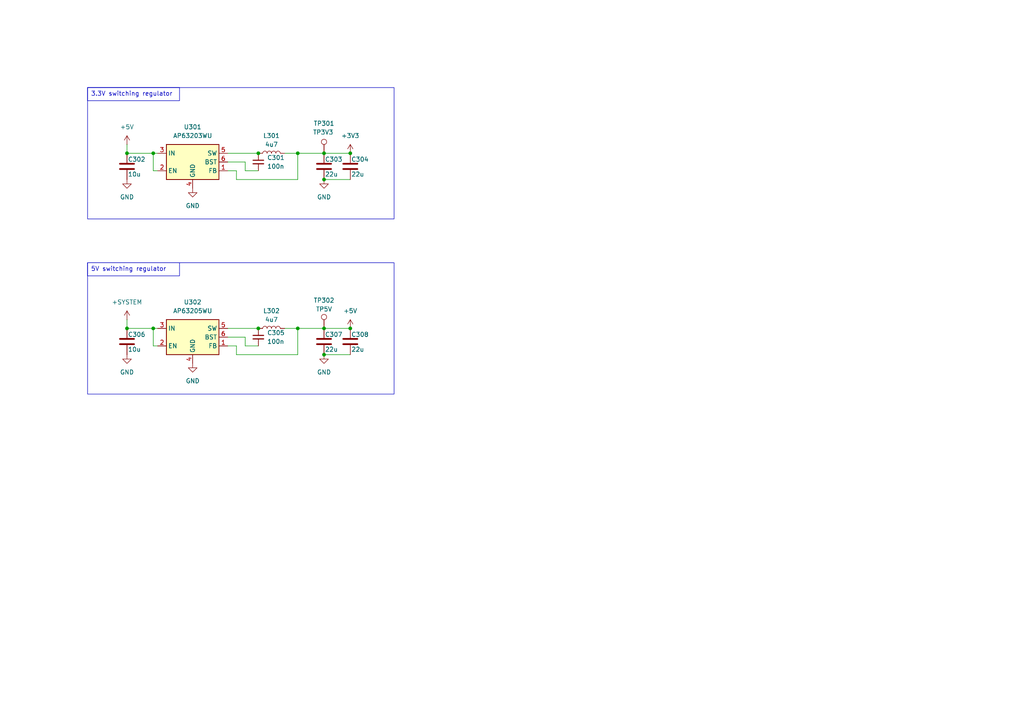
<source format=kicad_sch>
(kicad_sch (version 20231120) (generator "eeschema") (generator_version "8.0")
  (paper "A4")
  (title_block (title "Power Management - logic voltage regulators") (date "2024-03-26") (rev "B01") (company "Chalmers EENX16-VT24-27"))
  (lib_symbols
    (symbol "+BATT_1" (power) (pin_numbers hide) (pin_names (offset 0) hide)
      (property "Value" "+BATT" (at 0 3.556 0))
      (symbol "+BATT_1_0_1"
        (polyline (pts (xy -0.762 1.27) (xy 0 2.54)))
        (polyline (pts (xy 0 0) (xy 0 2.54)))
        (polyline (pts (xy 0 2.54) (xy 0.762 1.27)))
      )
      (symbol "+BATT_1_1_1"
        (pin power_in line (at 0 0 90) (length 0) (name "~") (number "1"))
      )
    )
    (symbol "Connector:TestPoint" (pin_numbers hide) (pin_names (offset 0.762) hide)
      (property "Reference" "TP" (at 0 6.858 0))
      (property "Value" "TestPoint" (at 0 5.08 0))
      (symbol "TestPoint_0_1"
        (circle (center 0 3.302) (radius 0.762))
      )
      (symbol "TestPoint_1_1"
        (pin passive line (at 0 0 90) (length 2.54) (name "1") (number "1"))
      )
    )
    (symbol "Device:C" (pin_numbers hide) (pin_names (offset 0.254))
      (property "Reference" "C" (at 0.635 2.54 0))
      (property "Value" "C" (at 0.635 -2.54 0))
      (symbol "C_0_1"
        (polyline (pts (xy -2.032 -0.762) (xy 2.032 -0.762)) (stroke (width 0.508)))
        (polyline (pts (xy -2.032 0.762) (xy 2.032 0.762)) (stroke (width 0.508)))
      )
      (symbol "C_1_1"
        (pin passive line (at 0 3.81 270) (length 2.794) (name "~") (number "1"))
        (pin passive line (at 0 -3.81 90) (length 2.794) (name "~") (number "2"))
      )
    )
    (symbol "Device:C_Small" (pin_numbers hide) (pin_names (offset 0.254) hide)
      (property "Reference" "C" (at 0.254 1.778 0))
      (property "Value" "C_Small" (at 0.254 -2.032 0))
      (symbol "C_Small_0_1"
        (polyline (pts (xy -1.524 -0.508) (xy 1.524 -0.508)) (stroke (width 0.3302)))
        (polyline (pts (xy -1.524 0.508) (xy 1.524 0.508)) (stroke (width 0.3048)))
      )
      (symbol "C_Small_1_1"
        (pin passive line (at 0 2.54 270) (length 2.032) (name "~") (number "1"))
        (pin passive line (at 0 -2.54 90) (length 2.032) (name "~") (number "2"))
      )
    )
    (symbol "Device:L" (pin_numbers hide) (pin_names (offset 1.016) hide)
      (property "Reference" "L" (at -1.27 0 90))
      (property "Value" "L" (at 1.905 0 90))
      (symbol "L_0_1"
        (arc (start 0 -2.54) (mid 0.6323 -1.905) (end 0 -1.27))
        (arc (start 0 -1.27) (mid 0.6323 -0.635) (end 0 0))
        (arc (start 0 0) (mid 0.6323 0.635) (end 0 1.27))
        (arc (start 0 1.27) (mid 0.6323 1.905) (end 0 2.54))
      )
      (symbol "L_1_1"
        (pin passive line (at 0 3.81 270) (length 1.27) (name "1") (number "1"))
        (pin passive line (at 0 -3.81 90) (length 1.27) (name "2") (number "2"))
      )
    )
    (symbol "Regulator_Switching:AP63203WU"
      (property "Reference" "U" (at -7.62 6.35 0))
      (property "Value" "AP63203WU" (at 2.54 6.35 0))
      (symbol "AP63203WU_0_1"
        (rectangle (start -7.62 5.08) (end 7.62 -5.08) (stroke (width 0.254)) (fill (type background)))
      )
      (symbol "AP63203WU_1_1"
        (pin input line (at 10.16 -2.54 180) (length 2.54) (name "FB") (number "1"))
        (pin input line (at -10.16 -2.54 0) (length 2.54) (name "EN") (number "2"))
        (pin power_in line (at -10.16 2.54 0) (length 2.54) (name "IN") (number "3"))
        (pin power_in line (at 0 -7.62 90) (length 2.54) (name "GND") (number "4"))
        (pin output line (at 10.16 2.54 180) (length 2.54) (name "SW") (number "5"))
        (pin passive line (at 10.16 0 180) (length 2.54) (name "BST") (number "6"))
      )
    )
    (symbol "Regulator_Switching:AP63205WU"
      (property "Reference" "U" (at -7.62 6.35 0))
      (property "Value" "AP63205WU" (at 2.54 6.35 0))
      (symbol "AP63205WU_0_1"
        (rectangle (start -7.62 5.08) (end 7.62 -5.08) (stroke (width 0.254)) (fill (type background)))
      )
      (symbol "AP63205WU_1_1"
        (pin input line (at 10.16 -2.54 180) (length 2.54) (name "FB") (number "1"))
        (pin input line (at -10.16 -2.54 0) (length 2.54) (name "EN") (number "2"))
        (pin power_in line (at -10.16 2.54 0) (length 2.54) (name "IN") (number "3"))
        (pin power_in line (at 0 -7.62 90) (length 2.54) (name "GND") (number "4"))
        (pin output line (at 10.16 2.54 180) (length 2.54) (name "SW") (number "5"))
        (pin passive line (at 10.16 0 180) (length 2.54) (name "BST") (number "6"))
      )
    )
    (symbol "power:+3V3" (power) (pin_numbers hide) (pin_names (offset 0) hide)
      (property "Value" "+3V3" (at 0 3.556 0))
      (symbol "+3V3_0_1"
        (polyline (pts (xy -0.762 1.27) (xy 0 2.54)))
        (polyline (pts (xy 0 0) (xy 0 2.54)))
        (polyline (pts (xy 0 2.54) (xy 0.762 1.27)))
      )
      (symbol "+3V3_1_1"
        (pin power_in line (at 0 0 90) (length 0) (name "~") (number "1"))
      )
    )
    (symbol "power:+5V" (power) (pin_numbers hide) (pin_names (offset 0) hide)
      (property "Value" "+5V" (at 0 3.556 0))
      (symbol "+5V_0_1"
        (polyline (pts (xy -0.762 1.27) (xy 0 2.54)))
        (polyline (pts (xy 0 0) (xy 0 2.54)))
        (polyline (pts (xy 0 2.54) (xy 0.762 1.27)))
      )
      (symbol "+5V_1_1"
        (pin power_in line (at 0 0 90) (length 0) (name "~") (number "1"))
      )
    )
    (symbol "power:GND" (power) (pin_names (offset 0))
      (property "Value" "GND" (at 0 -3.81 0))
      (symbol "GND_0_1"
        (polyline (pts (xy 0 0) (xy 0 -1.27) (xy 1.27 -1.27) (xy 0 -2.54) (xy -1.27 -1.27) (xy 0 -1.27)))
      )
      (symbol "GND_1_1"
        (pin power_in line (at 0 0 270) (length 0) hide (name "GND") (number "1"))
      )
    )
  )
  (junction (at 93.98 95.25))
  (junction (at 93.98 102.87))
  (junction (at 44.45 95.25))
  (junction (at 101.6 95.25))
  (junction (at 74.93 44.45))
  (junction (at 93.98 52.07))
  (junction (at 86.36 44.45))
  (junction (at 93.98 44.45))
  (junction (at 101.6 44.45))
  (junction (at 36.83 95.25))
  (junction (at 36.83 44.45))
  (junction (at 74.93 95.25))
  (junction (at 86.36 95.25))
  (junction (at 44.45 44.45))
  (wire (pts (xy 74.93 100.33) (xy 71.12 100.33)))
  (wire (pts (xy 93.98 95.25) (xy 101.6 95.25)))
  (wire (pts (xy 45.72 100.33) (xy 44.45 100.33)))
  (wire (pts (xy 66.04 49.53) (xy 68.58 49.53)))
  (wire (pts (xy 93.98 52.07) (xy 101.6 52.07)))
  (wire (pts (xy 68.58 49.53) (xy 68.58 52.07)))
  (wire (pts (xy 68.58 52.07) (xy 86.36 52.07)))
  (wire (pts (xy 36.83 95.25) (xy 44.45 95.25)))
  (wire (pts (xy 86.36 44.45) (xy 93.98 44.45)))
  (wire (pts (xy 44.45 49.53) (xy 44.45 44.45)))
  (wire (pts (xy 93.98 102.87) (xy 101.6 102.87)))
  (wire (pts (xy 66.04 95.25) (xy 74.93 95.25)))
  (wire (pts (xy 68.58 102.87) (xy 86.36 102.87)))
  (wire (pts (xy 68.58 100.33) (xy 68.58 102.87)))
  (wire (pts (xy 71.12 46.99) (xy 66.04 46.99)))
  (wire (pts (xy 71.12 49.53) (xy 71.12 46.99)))
  (wire (pts (xy 44.45 95.25) (xy 44.45 100.33)))
  (wire (pts (xy 82.55 44.45) (xy 86.36 44.45)))
  (wire (pts (xy 71.12 100.33) (xy 71.12 97.79)))
  (wire (pts (xy 71.12 97.79) (xy 66.04 97.79)))
  (wire (pts (xy 45.72 49.53) (xy 44.45 49.53)))
  (wire (pts (xy 93.98 44.45) (xy 101.6 44.45)))
  (wire (pts (xy 66.04 44.45) (xy 74.93 44.45)))
  (wire (pts (xy 36.83 44.45) (xy 44.45 44.45)))
  (wire (pts (xy 74.93 49.53) (xy 71.12 49.53)))
  (wire (pts (xy 86.36 102.87) (xy 86.36 95.25)))
  (wire (pts (xy 66.04 100.33) (xy 68.58 100.33)))
  (wire (pts (xy 86.36 95.25) (xy 93.98 95.25)))
  (wire (pts (xy 86.36 95.25) (xy 82.55 95.25)))
  (wire (pts (xy 44.45 44.45) (xy 45.72 44.45)))
  (wire (pts (xy 36.83 92.71) (xy 36.83 95.25)))
  (wire (pts (xy 86.36 52.07) (xy 86.36 44.45)))
  (wire (pts (xy 44.45 95.25) (xy 45.72 95.25)))
  (wire (pts (xy 36.83 41.91) (xy 36.83 44.45)))
  (rectangle (start 25.4 76.2) (end 114.3 114.3))
  (rectangle (start 25.4 25.4) (end 114.3 63.5))
  (text_box "5V switching regulator" (at 25.4 76.2 0) (size 26.67 3.81) (effects (font (size 1.27 1.27)) (justify left top)))
  (text_box "3.3V switching regulator" (at 25.4 25.4 0) (size 26.67 3.81) (effects (font (size 1.27 1.27)) (justify left top)))
  (symbol (lib_id "power:+3V3") (at 101.6 44.45 0) (unit 1)
    (property "Reference" "#PWR0302" (effects (hide yes)))
    (property "Value" "+3V3" (at 101.6 39.37 0))
    (property "Description" "Power symbol creates a global label with name \"+3V3\"" (effects (hide yes)))
    (property "Footprint checked" "X" (effects (hide yes)))
  )
  (symbol (lib_id "Device:C_Small") (at 74.93 97.79 0) (unit 1)
    (property "Reference" "C305" (at 77.47 96.5262 0) (effects (justify left)))
    (property "Value" "100n" (at 77.47 99.0662 0) (effects (justify left)))
    (property "Footprint" "Capacitor_SMD:C_0402_1005Metric" (effects (hide yes)))
    (property "Datasheet" "https://www.mouser.se/datasheet/2/281/1/GCM155R71H104KE02_01A-3142168.pdf" (effects (hide yes)))
    (property "Description" "Unpolarized capacitor, small symbol" (effects (hide yes)))
    (property "REASON" " GCM155R71H104KE02D is out of stock at RS" (effects (hide yes)))
    (property "mouser" "81-GCM155R71H104KE2D" (effects (hide yes)))
    (property "Footprint checked" "YES" (effects (hide yes)))
  )
  (symbol (lib_name "+BATT_1") (lib_id "power:+BATT") (at 36.83 92.71 0) (unit 1)
    (property "Reference" "#PWR0306" (effects (hide yes)))
    (property "Value" "+SYSTEM" (at 36.83 87.63 0))
    (property "Description" "Power symbol creates a global label with name \"+BATT\"" (effects (hide yes)))
    (property "Footprint checked" "X" (effects (hide yes)))
  )
  (symbol (lib_id "Device:C") (at 101.6 99.06 0) (unit 1)
    (property "Reference" "C308" (at 101.854 97.028 0) (effects (justify left)))
    (property "Value" "22u" (at 101.854 101.346 0) (effects (justify left)))
    (property "Footprint" "Capacitor_SMD:C_0805_2012Metric" (effects (hide yes)))
    (property "Datasheet" "https://www.mouser.se/datasheet/2/585/MLCC-1837944.pdf" (effects (hide yes)))
    (property "Description" "Unpolarized capacitor" (effects (hide yes)))
    (property "mouser" "187-CL21A226MOCLRNC" (effects (hide yes)))
    (property "Footprint checked" "YES" (effects (hide yes)))
  )
  (symbol (lib_id "Device:C") (at 36.83 99.06 0) (unit 1)
    (property "Reference" "C306" (at 37.084 97.028 0) (effects (justify left)))
    (property "Value" "10u" (at 37.084 101.346 0) (effects (justify left)))
    (property "Footprint" "Capacitor_SMD:C_0805_2012Metric" (effects (hide yes)))
    (property "Description" "Unpolarized capacitor" (effects (hide yes)))
    (property "mouser" "81-GRM21BR61H106KE3L" (effects (hide yes)))
    (property "Footprint checked" "YES" (effects (hide yes)))
  )
  (symbol (lib_id "Connector:TestPoint") (at 93.98 44.45 0) (unit 1)
    (property "Reference" "TP301" (at 93.98 35.814 0))
    (property "Value" "TP3V3" (at 93.726 38.354 0))
    (property "Footprint" "TestPoint:TestPoint_Pad_D2.0mm" (effects (hide yes)))
    (property "Datasheet" "X" (effects (hide yes)))
    (property "Description" "test point" (effects (hide yes)))
    (property "Footprint checked" "YES" (effects (hide yes)))
  )
  (symbol (lib_id "power:GND") (at 55.88 105.41 0) (unit 1)
    (property "Reference" "#PWR0310" (effects (hide yes)))
    (property "Value" "GND" (at 55.88 110.49 0))
    (property "Footprint checked" "X" (effects (hide yes)))
  )
  (symbol (lib_id "power:GND") (at 36.83 52.07 0) (unit 1)
    (property "Reference" "#PWR0303" (effects (hide yes)))
    (property "Value" "GND" (at 36.83 57.15 0))
    (property "Footprint checked" "X" (effects (hide yes)))
  )
  (symbol (lib_id "power:+5V") (at 101.6 95.25 0) (unit 1)
    (property "Reference" "#PWR0307" (effects (hide yes)))
    (property "Value" "+5V" (at 101.6 90.17 0))
    (property "Description" "Power symbol creates a global label with name \"+5V\"" (effects (hide yes)))
    (property "Footprint checked" "X" (effects (hide yes)))
  )
  (symbol (lib_id "Device:L") (at 78.74 44.45 90) (unit 1)
    (property "Reference" "L301" (at 78.74 39.37 90))
    (property "Value" "4u7" (at 78.74 41.91 90))
    (property "Footprint" "Inductor_SMD:L_1210_3225Metric" (effects (hide yes)))
    (property "Datasheet" "https://www.mouser.se/datasheet/2/54/srr1260-1391580.pdf" (effects (hide yes)))
    (property "Description" "Inductor" (effects (hide yes)))
    (property "Footprint checked" "YES" (effects (hide yes)))
    (property "mouser" "652-SRP3212A-4R7M" (effects (hide yes)))
  )
  (symbol (lib_id "power:GND") (at 55.88 54.61 0) (unit 1)
    (property "Reference" "#PWR0305" (effects (hide yes)))
    (property "Value" "GND" (at 55.88 59.69 0))
    (property "Footprint checked" "X" (effects (hide yes)))
  )
  (symbol (lib_id "Regulator_Switching:AP63205WU") (at 55.88 97.79 0) (unit 1)
    (property "Reference" "U302" (at 55.88 87.63 0))
    (property "Value" "AP63205WU" (at 55.88 90.17 0))
    (property "Footprint" "Package_TO_SOT_SMD:TSOT-23-6" (effects (hide yes)))
    (property "Datasheet" "https://www.diodes.com/assets/Datasheets/AP63200-AP63201-AP63203-AP63205.pdf" (effects (hide yes)))
    (property "Description" "2A, 1.1MHz Buck DC/DC Converter, fixed 5.0V output voltage, TSOT-23-6" (effects (hide yes)))
    (property "REASON" "AP63205WU-7 is not sold at RS or elfa" (effects (hide yes)))
    (property "mouser" " 621-AP63205WU-7 " (effects (hide yes)))
    (property "Footprint checked" "YES" (effects (hide yes)))
  )
  (symbol (lib_id "Device:L") (at 78.74 95.25 90) (unit 1)
    (property "Reference" "L302" (at 78.74 90.17 90))
    (property "Value" "4u7" (at 78.74 92.71 90))
    (property "Footprint" "Inductor_SMD:L_1210_3225Metric" (effects (hide yes)))
    (property "Datasheet" "https://www.mouser.se/datasheet/2/54/srr1260-1391580.pdf" (effects (hide yes)))
    (property "Description" "Inductor" (effects (hide yes)))
    (property "Footprint checked" "YES" (effects (hide yes)))
    (property "mouser" "652-SRP3212A-4R7M" (effects (hide yes)))
  )
  (symbol (lib_id "power:GND") (at 93.98 52.07 0) (unit 1)
    (property "Reference" "#PWR0304" (effects (hide yes)))
    (property "Value" "GND" (at 93.98 57.15 0))
    (property "Footprint checked" "X" (effects (hide yes)))
  )
  (symbol (lib_id "power:GND") (at 36.83 102.87 0) (unit 1)
    (property "Reference" "#PWR0308" (effects (hide yes)))
    (property "Value" "GND" (at 36.83 107.95 0))
    (property "Footprint checked" "X" (effects (hide yes)))
  )
  (symbol (lib_id "power:GND") (at 93.98 102.87 0) (unit 1)
    (property "Reference" "#PWR0309" (effects (hide yes)))
    (property "Value" "GND" (at 93.98 107.95 0))
    (property "Footprint checked" "X" (effects (hide yes)))
  )
  (symbol (lib_id "Device:C") (at 36.83 48.26 0) (unit 1)
    (property "Reference" "C302" (at 37.084 46.228 0) (effects (justify left)))
    (property "Value" "10u" (at 37.084 50.546 0) (effects (justify left)))
    (property "Footprint" "Capacitor_SMD:C_0805_2012Metric" (effects (hide yes)))
    (property "Description" "Unpolarized capacitor" (effects (hide yes)))
    (property "mouser" "81-GRM21BR61H106KE3L" (effects (hide yes)))
    (property "Footprint checked" "YES" (effects (hide yes)))
  )
  (symbol (lib_id "Regulator_Switching:AP63203WU") (at 55.88 46.99 0) (unit 1)
    (property "Reference" "U301" (at 55.88 36.83 0))
    (property "Value" "AP63203WU" (at 55.88 39.37 0))
    (property "Footprint" "Package_TO_SOT_SMD:TSOT-23-6" (effects (hide yes)))
    (property "Datasheet" "https://www.diodes.com/assets/Datasheets/AP63200-AP63201-AP63203-AP63205.pdf" (effects (hide yes)))
    (property "Description" "2A, 1.1MHz Buck DC/DC Converter, fixed 3.3V output voltage, TSOT-23-6" (effects (hide yes)))
    (property "REASON" "AP63203WU-7 is not sold at RS or elfa" (effects (hide yes)))
    (property "mouser" " 621-AP63203WU-7 " (effects (hide yes)))
    (property "Footprint checked" "YES" (effects (hide yes)))
  )
  (symbol (lib_id "Device:C") (at 93.98 48.26 0) (unit 1)
    (property "Reference" "C303" (at 94.234 46.228 0) (effects (justify left)))
    (property "Value" "22u" (at 94.234 50.546 0) (effects (justify left)))
    (property "Footprint" "Capacitor_SMD:C_0805_2012Metric" (effects (hide yes)))
    (property "Datasheet" "https://www.mouser.se/datasheet/2/585/MLCC-1837944.pdf" (effects (hide yes)))
    (property "Description" "Unpolarized capacitor" (effects (hide yes)))
    (property "mouser" "187-CL21A226MOCLRNC" (effects (hide yes)))
    (property "Footprint checked" "YES" (effects (hide yes)))
  )
  (symbol (lib_id "Device:C_Small") (at 74.93 46.99 0) (unit 1)
    (property "Reference" "C301" (at 77.47 45.7262 0) (effects (justify left)))
    (property "Value" "100n" (at 77.47 48.2662 0) (effects (justify left)))
    (property "Footprint" "Capacitor_SMD:C_0402_1005Metric" (effects (hide yes)))
    (property "Datasheet" "https://www.mouser.se/datasheet/2/281/1/GCM155R71H104KE02_01A-3142168.pdf" (effects (hide yes)))
    (property "Description" "Unpolarized capacitor, small symbol" (effects (hide yes)))
    (property "REASON" " GCM155R71H104KE02D is out of stock at RS" (effects (hide yes)))
    (property "mouser" "81-GCM155R71H104KE2D" (effects (hide yes)))
    (property "Footprint checked" "YES" (effects (hide yes)))
  )
  (symbol (lib_id "Device:C") (at 101.6 48.26 0) (unit 1)
    (property "Reference" "C304" (at 101.854 46.228 0) (effects (justify left)))
    (property "Value" "22u" (at 101.854 50.546 0) (effects (justify left)))
    (property "Footprint" "Capacitor_SMD:C_0805_2012Metric" (effects (hide yes)))
    (property "Datasheet" "https://www.mouser.se/datasheet/2/585/MLCC-1837944.pdf" (effects (hide yes)))
    (property "Description" "Unpolarized capacitor" (effects (hide yes)))
    (property "mouser" "187-CL21A226MOCLRNC" (effects (hide yes)))
    (property "Footprint checked" "YES" (effects (hide yes)))
  )
  (symbol (lib_id "Connector:TestPoint") (at 93.98 95.25 0) (unit 1)
    (property "Reference" "TP302" (at 93.98 87.122 0))
    (property "Value" "TP5V" (at 93.98 89.662 0))
    (property "Footprint" "TestPoint:TestPoint_Pad_D2.0mm" (effects (hide yes)))
    (property "Datasheet" "X" (effects (hide yes)))
    (property "Description" "test point" (effects (hide yes)))
    (property "Footprint checked" "YES" (effects (hide yes)))
  )
  (symbol (lib_id "Device:C") (at 93.98 99.06 0) (unit 1)
    (property "Reference" "C307" (at 94.234 97.028 0) (effects (justify left)))
    (property "Value" "22u" (at 94.234 101.346 0) (effects (justify left)))
    (property "Footprint" "Capacitor_SMD:C_0805_2012Metric" (effects (hide yes)))
    (property "Datasheet" "https://www.mouser.se/datasheet/2/585/MLCC-1837944.pdf" (effects (hide yes)))
    (property "Description" "Unpolarized capacitor" (effects (hide yes)))
    (property "mouser" "187-CL21A226MOCLRNC" (effects (hide yes)))
    (property "Footprint checked" "YES" (effects (hide yes)))
  )
  (symbol (lib_id "power:+5V") (at 36.83 41.91 0) (unit 1)
    (property "Reference" "#PWR0301" (effects (hide yes)))
    (property "Value" "+5V" (at 36.83 36.83 0))
    (property "Description" "Power symbol creates a global label with name \"+5V\"" (effects (hide yes)))
    (property "Footprint checked" "X" (effects (hide yes)))
  )
)
</source>
